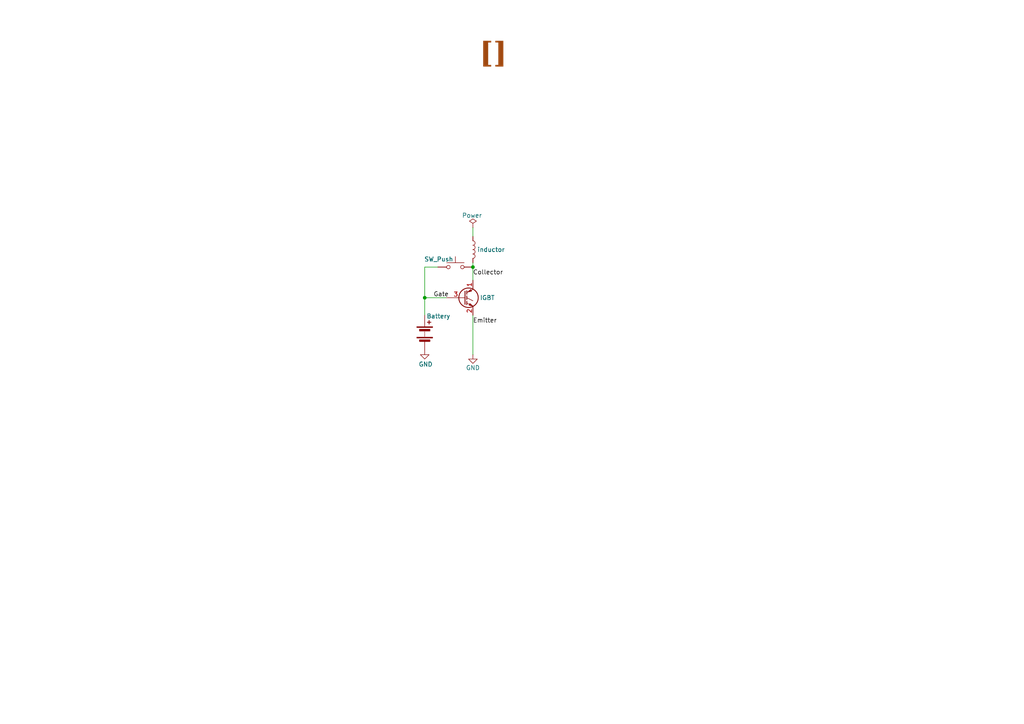
<source format=kicad_sch>
(kicad_sch (version 20231120) (generator "eeschema") (generator_version "8.0")
  (paper "A4")
  (title_block (title "Cell_Sentinel") (date "2024-11-05") (rev "1.0.0"))
  (lib_symbols
    (symbol "Device:Battery" (pin_numbers hide) (pin_names (offset 0) hide)
      (property "Reference" "BT" (at 2.54 2.54 0))
      (property "Value" "Battery" (at 2.54 0 0))
      (symbol "Battery_0_1"
        (rectangle (start -2.286 -1.27) (end 2.286 -1.524) (fill (type outline)))
        (rectangle (start -2.286 1.778) (end 2.286 1.524) (fill (type outline)))
        (rectangle (start -1.524 -2.032) (end 1.524 -2.54) (fill (type outline)))
        (rectangle (start -1.524 1.016) (end 1.524 0.508) (fill (type outline)))
        (polyline (pts (xy 0 -1.016) (xy 0 -0.762)))
        (polyline (pts (xy 0 -0.508) (xy 0 -0.254)))
        (polyline (pts (xy 0 0) (xy 0 0.254)))
        (polyline (pts (xy 0 1.778) (xy 0 2.54)))
        (polyline (pts (xy 0.762 3.048) (xy 1.778 3.048)) (stroke (width 0.254)))
        (polyline (pts (xy 1.27 3.556) (xy 1.27 2.54)) (stroke (width 0.254)))
      )
      (symbol "Battery_1_1"
        (pin passive line (at 0 5.08 270) (length 2.54) (name "+") (number "1"))
        (pin passive line (at 0 -5.08 90) (length 2.54) (name "-") (number "2"))
      )
    )
    (symbol "Device:L" (pin_numbers hide) (pin_names (offset 1.016) hide)
      (property "Reference" "L" (at -1.27 0 90))
      (property "Value" "L" (at 1.905 0 90))
      (symbol "L_0_1"
        (arc (start 0 -2.54) (mid 0.6323 -1.905) (end 0 -1.27))
        (arc (start 0 -1.27) (mid 0.6323 -0.635) (end 0 0))
        (arc (start 0 0) (mid 0.6323 0.635) (end 0 1.27))
        (arc (start 0 1.27) (mid 0.6323 1.905) (end 0 2.54))
      )
      (symbol "L_1_1"
        (pin passive line (at 0 3.81 270) (length 1.27) (name "1") (number "1"))
        (pin passive line (at 0 -3.81 90) (length 1.27) (name "2") (number "2"))
      )
    )
    (symbol "Device:Q_NIGBT_CEG" (pin_names (offset 0) hide)
      (property "Reference" "Q" (at 5.08 1.27 0))
      (property "Value" "Q_NIGBT_CEG" (at 5.08 -1.27 0))
      (symbol "Q_NIGBT_CEG_0_1"
        (polyline (pts (xy 0.762 -1.016) (xy 0.762 -2.032)) (stroke (width 0.254)))
        (polyline (pts (xy 0.762 0.508) (xy 0.762 -0.508)) (stroke (width 0.254)))
        (polyline (pts (xy 0.762 2.032) (xy 0.762 1.016)) (stroke (width 0.254)))
        (polyline (pts (xy 2.54 -2.413) (xy 0.762 -1.524)))
        (polyline (pts (xy 2.54 -0.889) (xy 0.762 0)))
        (polyline (pts (xy 2.54 2.413) (xy 0.762 1.524)))
        (polyline (pts (xy 0.254 1.905) (xy 0.254 -1.905) (xy 0.254 -1.905)) (stroke (width 0.254)))
        (polyline (pts (xy 1.397 -2.159) (xy 1.651 -1.651) (xy 2.54 -2.413) (xy 1.397 -2.159)) (fill (type outline)))
        (polyline (pts (xy 2.159 1.905) (xy 1.905 2.413) (xy 1.016 1.651) (xy 2.159 1.905)) (fill (type outline)))
        (circle (center 1.27 0) (radius 2.8194) (stroke (width 0.254)))
      )
      (symbol "Q_NIGBT_CEG_1_1"
        (pin passive line (at 2.54 5.08 270) (length 2.54) (name "C") (number "1"))
        (pin passive line (at 2.54 -5.08 90) (length 2.54) (name "E") (number "2"))
        (pin input line (at -5.08 0 0) (length 5.334) (name "G") (number "3"))
      )
    )
    (symbol "Switch:SW_Push" (pin_numbers hide) (pin_names (offset 1.016) hide)
      (property "Reference" "SW" (at 1.27 2.54 0))
      (property "Value" "SW_Push" (at 0 -1.524 0))
      (symbol "SW_Push_0_1"
        (circle (center -2.032 0) (radius 0.508))
        (polyline (pts (xy 0 1.27) (xy 0 3.048)))
        (polyline (pts (xy 2.54 1.27) (xy -2.54 1.27)))
        (circle (center 2.032 0) (radius 0.508))
        (pin passive line (at -5.08 0 0) (length 2.54) (name "1") (number "1"))
        (pin passive line (at 5.08 0 180) (length 2.54) (name "2") (number "2"))
      )
    )
    (symbol "power:GND" (power) (pin_numbers hide) (pin_names (offset 0) hide)
      (property "Value" "GND" (at 0 -3.81 0))
      (symbol "GND_0_1"
        (polyline (pts (xy 0 0) (xy 0 -1.27) (xy 1.27 -1.27) (xy 0 -2.54) (xy -1.27 -1.27) (xy 0 -1.27)))
      )
      (symbol "GND_1_1"
        (pin power_in line (at 0 0 270) (length 0) (name "~") (number "1"))
      )
    )
    (symbol "power:PWR_FLAG" (power) (pin_numbers hide) (pin_names (offset 0) hide)
      (property "Value" "PWR_FLAG" (at 0 3.81 0))
      (symbol "PWR_FLAG_0_0"
        (pin power_out line (at 0 0 90) (length 0) (name "~") (number "1"))
      )
      (symbol "PWR_FLAG_0_1"
        (polyline (pts (xy 0 0) (xy 0 1.27) (xy -1.016 1.905) (xy 0 2.54) (xy 1.016 1.905) (xy 0 1.27)))
      )
    )
  )
  (junction (at 123.19 86.36))
  (junction (at 137.16 77.47))
  (wire (pts (xy 123.19 77.47) (xy 127 77.47)))
  (wire (pts (xy 137.16 76.2) (xy 137.16 77.47)))
  (wire (pts (xy 137.16 102.87) (xy 137.16 91.44)))
  (wire (pts (xy 137.16 77.47) (xy 137.16 81.28)))
  (wire (pts (xy 123.19 86.36) (xy 129.54 86.36)))
  (wire (pts (xy 123.19 77.47) (xy 123.19 86.36)))
  (wire (pts (xy 123.19 91.44) (xy 123.19 86.36)))
  (wire (pts (xy 137.16 66.04) (xy 137.16 68.58)))
  (text "[${#}] ${SHEETNAME}" (at 144.526 17.526 0) (effects (font (size 6 6) (thickness 1.6) (bold yes))))
  (label "Collector" (at 137.16 80.01 0))
  (label "Gate" (at 125.73 86.36 0))
  (label "Emitter" (at 137.16 93.98 0))
  (symbol (lib_id "Switch:SW_Push") (at 132.08 77.47 0) (unit 1)
    (property "Reference" "SW1" (effects (hide yes)))
    (property "Value" "SW_Push" (at 127.254 75.184 0))
    (property "Description" "Push button switch, generic, two pins" (effects (hide yes)))
  )
  (symbol (lib_id "Device:Battery") (at 123.19 96.52 0) (unit 1)
    (property "Reference" "BT1" (effects (hide yes)))
    (property "Value" "Battery" (at 123.698 91.694 0) (effects (justify left)))
    (property "Description" "Multiple-cell battery" (effects (hide yes)))
  )
  (symbol (lib_id "power:GND") (at 137.16 102.87 0) (unit 1)
    (property "Reference" "#PWR01" (effects (hide yes)))
    (property "Value" "GND" (at 137.16 106.68 0))
    (property "Description" "Power symbol creates a global label with name \"GND\" , ground" (effects (hide yes)))
  )
  (symbol (lib_id "power:GND") (at 123.19 101.6 0) (unit 1)
    (property "Reference" "#PWR02" (effects (hide yes)))
    (property "Value" "GND" (at 123.444 105.664 0))
    (property "Description" "Power symbol creates a global label with name \"GND\" , ground" (effects (hide yes)))
  )
  (symbol (lib_id "Device:L") (at 137.16 72.39 0) (unit 1)
    (property "Reference" "L1" (effects (hide yes)))
    (property "Value" "inductor" (at 138.43 72.3899 0) (effects (justify left)))
    (property "Description" "Inductor" (effects (hide yes)))
  )
  (symbol (lib_id "Device:Q_NIGBT_CEG") (at 134.62 86.36 0) (unit 1)
    (property "Reference" "Q1" (effects (hide yes)))
    (property "Value" "IGBT" (at 139.192 86.36 0) (effects (justify left)))
    (property "Description" "N-IGBT transistor, collector/emitter/gate" (effects (hide yes)))
  )
  (symbol (lib_id "power:PWR_FLAG") (at 137.16 66.04 0) (unit 1)
    (property "Reference" "#FLG01" (effects (hide yes)))
    (property "Value" "Power" (at 136.906 62.484 0))
    (property "Description" "Special symbol for telling ERC where power comes from" (effects (hide yes)))
  )
)
</source>
